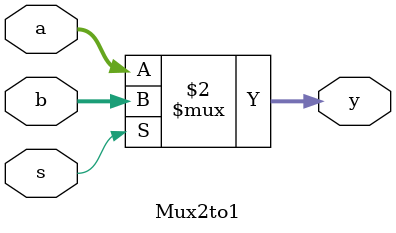
<source format=v>
`timescale 1ns / 1ps
module Mux2to1 #(parameter WIDTH = 8)(a,b,s,y);
	
input[WIDTH-1:0] a, b;
input s;
output[WIDTH-1:0] y;

	assign y =(s==1)? b : a;
	
endmodule

</source>
